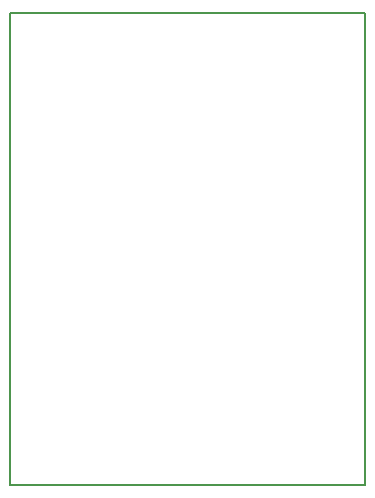
<source format=gbr>
G04 DipTrace 2.4.0.2*
%INBorderPCB.gbr*%
%MOIN*%
%ADD11C,0.0055*%
%FSLAX44Y44*%
G04*
G70*
G90*
G75*
G01*
%LNBoardOutline*%
%LPD*%
X3937Y3937D2*
D11*
X15787D1*
Y19685D1*
X3937D1*
Y3937D1*
M02*

</source>
